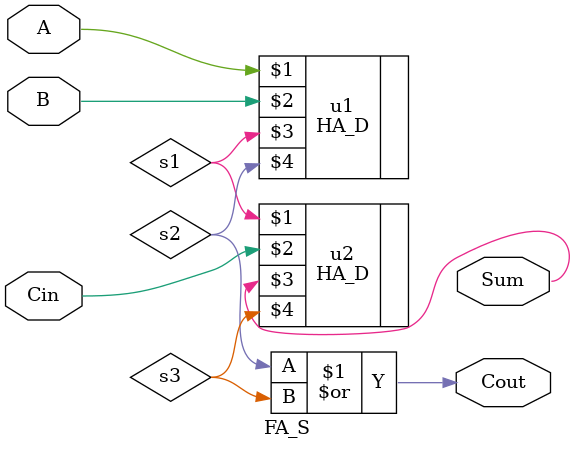
<source format=v>


module FA_S (Cin, A, B, Sum, Cout) ;

	input Cin, A, B;
	output Sum, Cout ;
	wire s1, s2, s3;
	
	HA_D u1 (A, B, s1, s2);
	HA_D u2 (s1, Cin, Sum, s3);
	assign Cout = s2 | s3;
	
endmodule
</source>
